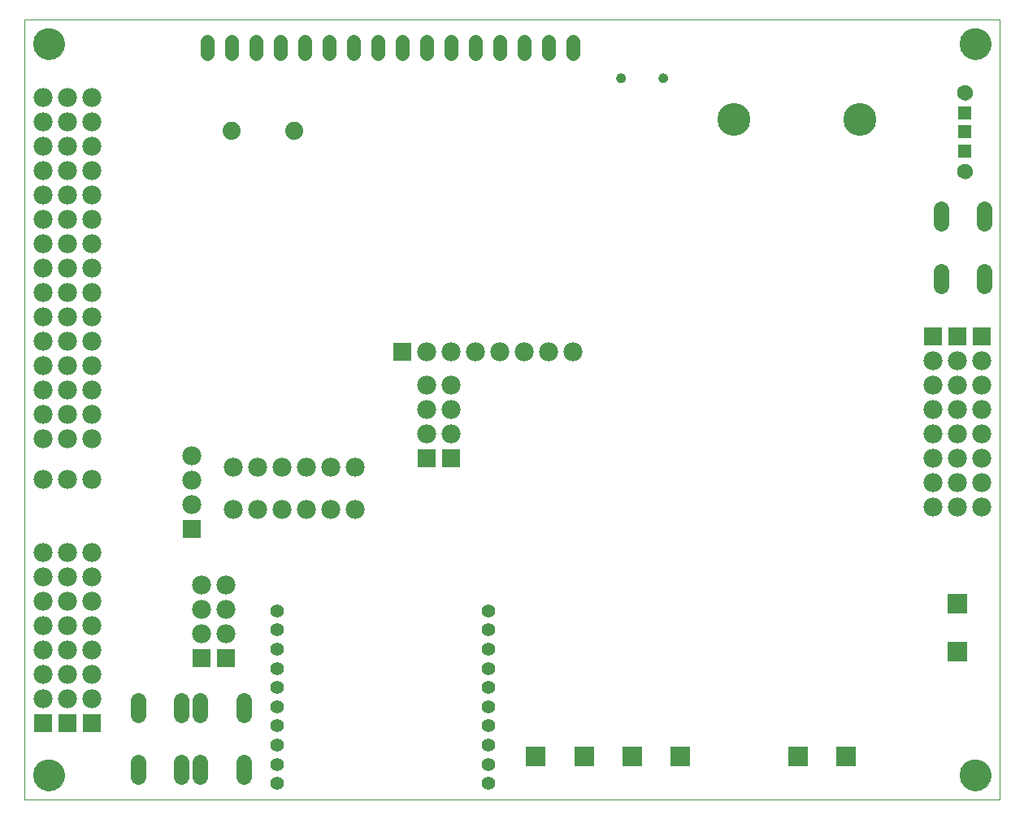
<source format=gbs>
G75*
G70*
%OFA0B0*%
%FSLAX24Y24*%
%IPPOS*%
%LPD*%
%AMOC8*
5,1,8,0,0,1.08239X$1,22.5*
%
%ADD10C,0.0000*%
%ADD11C,0.1290*%
%ADD12C,0.0555*%
%ADD13C,0.0780*%
%ADD14C,0.0640*%
%ADD15C,0.0555*%
%ADD16R,0.0780X0.0780*%
%ADD17C,0.0394*%
%ADD18C,0.1350*%
%ADD19C,0.0740*%
%ADD20R,0.0555X0.0555*%
%ADD21C,0.0631*%
%ADD22R,0.0808X0.0808*%
D10*
X000247Y001996D02*
X000247Y033996D01*
X040247Y033996D01*
X040247Y001996D01*
X000247Y001996D01*
X000622Y002996D02*
X000624Y003046D01*
X000630Y003095D01*
X000640Y003144D01*
X000653Y003191D01*
X000671Y003238D01*
X000692Y003283D01*
X000716Y003326D01*
X000744Y003367D01*
X000775Y003406D01*
X000809Y003442D01*
X000846Y003476D01*
X000886Y003506D01*
X000927Y003533D01*
X000971Y003557D01*
X001016Y003577D01*
X001063Y003593D01*
X001111Y003606D01*
X001160Y003615D01*
X001210Y003620D01*
X001259Y003621D01*
X001309Y003618D01*
X001358Y003611D01*
X001407Y003600D01*
X001454Y003586D01*
X001500Y003567D01*
X001545Y003545D01*
X001588Y003520D01*
X001628Y003491D01*
X001666Y003459D01*
X001702Y003425D01*
X001735Y003387D01*
X001764Y003347D01*
X001790Y003305D01*
X001813Y003261D01*
X001832Y003215D01*
X001848Y003168D01*
X001860Y003119D01*
X001868Y003070D01*
X001872Y003021D01*
X001872Y002971D01*
X001868Y002922D01*
X001860Y002873D01*
X001848Y002824D01*
X001832Y002777D01*
X001813Y002731D01*
X001790Y002687D01*
X001764Y002645D01*
X001735Y002605D01*
X001702Y002567D01*
X001666Y002533D01*
X001628Y002501D01*
X001588Y002472D01*
X001545Y002447D01*
X001500Y002425D01*
X001454Y002406D01*
X001407Y002392D01*
X001358Y002381D01*
X001309Y002374D01*
X001259Y002371D01*
X001210Y002372D01*
X001160Y002377D01*
X001111Y002386D01*
X001063Y002399D01*
X001016Y002415D01*
X000971Y002435D01*
X000927Y002459D01*
X000886Y002486D01*
X000846Y002516D01*
X000809Y002550D01*
X000775Y002586D01*
X000744Y002625D01*
X000716Y002666D01*
X000692Y002709D01*
X000671Y002754D01*
X000653Y002801D01*
X000640Y002848D01*
X000630Y002897D01*
X000624Y002946D01*
X000622Y002996D01*
X024524Y031596D02*
X024526Y031622D01*
X024532Y031648D01*
X024542Y031673D01*
X024555Y031696D01*
X024571Y031716D01*
X024591Y031734D01*
X024613Y031749D01*
X024636Y031761D01*
X024662Y031769D01*
X024688Y031773D01*
X024714Y031773D01*
X024740Y031769D01*
X024766Y031761D01*
X024790Y031749D01*
X024811Y031734D01*
X024831Y031716D01*
X024847Y031696D01*
X024860Y031673D01*
X024870Y031648D01*
X024876Y031622D01*
X024878Y031596D01*
X024876Y031570D01*
X024870Y031544D01*
X024860Y031519D01*
X024847Y031496D01*
X024831Y031476D01*
X024811Y031458D01*
X024789Y031443D01*
X024766Y031431D01*
X024740Y031423D01*
X024714Y031419D01*
X024688Y031419D01*
X024662Y031423D01*
X024636Y031431D01*
X024612Y031443D01*
X024591Y031458D01*
X024571Y031476D01*
X024555Y031496D01*
X024542Y031519D01*
X024532Y031544D01*
X024526Y031570D01*
X024524Y031596D01*
X026256Y031596D02*
X026258Y031622D01*
X026264Y031648D01*
X026274Y031673D01*
X026287Y031696D01*
X026303Y031716D01*
X026323Y031734D01*
X026345Y031749D01*
X026368Y031761D01*
X026394Y031769D01*
X026420Y031773D01*
X026446Y031773D01*
X026472Y031769D01*
X026498Y031761D01*
X026522Y031749D01*
X026543Y031734D01*
X026563Y031716D01*
X026579Y031696D01*
X026592Y031673D01*
X026602Y031648D01*
X026608Y031622D01*
X026610Y031596D01*
X026608Y031570D01*
X026602Y031544D01*
X026592Y031519D01*
X026579Y031496D01*
X026563Y031476D01*
X026543Y031458D01*
X026521Y031443D01*
X026498Y031431D01*
X026472Y031423D01*
X026446Y031419D01*
X026420Y031419D01*
X026394Y031423D01*
X026368Y031431D01*
X026344Y031443D01*
X026323Y031458D01*
X026303Y031476D01*
X026287Y031496D01*
X026274Y031519D01*
X026264Y031544D01*
X026258Y031570D01*
X026256Y031596D01*
X038528Y031000D02*
X038530Y031034D01*
X038536Y031068D01*
X038546Y031101D01*
X038559Y031132D01*
X038577Y031162D01*
X038597Y031190D01*
X038621Y031215D01*
X038647Y031237D01*
X038675Y031255D01*
X038706Y031271D01*
X038738Y031283D01*
X038772Y031291D01*
X038806Y031295D01*
X038840Y031295D01*
X038874Y031291D01*
X038908Y031283D01*
X038940Y031271D01*
X038970Y031255D01*
X038999Y031237D01*
X039025Y031215D01*
X039049Y031190D01*
X039069Y031162D01*
X039087Y031132D01*
X039100Y031101D01*
X039110Y031068D01*
X039116Y031034D01*
X039118Y031000D01*
X039116Y030966D01*
X039110Y030932D01*
X039100Y030899D01*
X039087Y030868D01*
X039069Y030838D01*
X039049Y030810D01*
X039025Y030785D01*
X038999Y030763D01*
X038971Y030745D01*
X038940Y030729D01*
X038908Y030717D01*
X038874Y030709D01*
X038840Y030705D01*
X038806Y030705D01*
X038772Y030709D01*
X038738Y030717D01*
X038706Y030729D01*
X038675Y030745D01*
X038647Y030763D01*
X038621Y030785D01*
X038597Y030810D01*
X038577Y030838D01*
X038559Y030868D01*
X038546Y030899D01*
X038536Y030932D01*
X038530Y030966D01*
X038528Y031000D01*
X038622Y032996D02*
X038624Y033046D01*
X038630Y033095D01*
X038640Y033144D01*
X038653Y033191D01*
X038671Y033238D01*
X038692Y033283D01*
X038716Y033326D01*
X038744Y033367D01*
X038775Y033406D01*
X038809Y033442D01*
X038846Y033476D01*
X038886Y033506D01*
X038927Y033533D01*
X038971Y033557D01*
X039016Y033577D01*
X039063Y033593D01*
X039111Y033606D01*
X039160Y033615D01*
X039210Y033620D01*
X039259Y033621D01*
X039309Y033618D01*
X039358Y033611D01*
X039407Y033600D01*
X039454Y033586D01*
X039500Y033567D01*
X039545Y033545D01*
X039588Y033520D01*
X039628Y033491D01*
X039666Y033459D01*
X039702Y033425D01*
X039735Y033387D01*
X039764Y033347D01*
X039790Y033305D01*
X039813Y033261D01*
X039832Y033215D01*
X039848Y033168D01*
X039860Y033119D01*
X039868Y033070D01*
X039872Y033021D01*
X039872Y032971D01*
X039868Y032922D01*
X039860Y032873D01*
X039848Y032824D01*
X039832Y032777D01*
X039813Y032731D01*
X039790Y032687D01*
X039764Y032645D01*
X039735Y032605D01*
X039702Y032567D01*
X039666Y032533D01*
X039628Y032501D01*
X039588Y032472D01*
X039545Y032447D01*
X039500Y032425D01*
X039454Y032406D01*
X039407Y032392D01*
X039358Y032381D01*
X039309Y032374D01*
X039259Y032371D01*
X039210Y032372D01*
X039160Y032377D01*
X039111Y032386D01*
X039063Y032399D01*
X039016Y032415D01*
X038971Y032435D01*
X038927Y032459D01*
X038886Y032486D01*
X038846Y032516D01*
X038809Y032550D01*
X038775Y032586D01*
X038744Y032625D01*
X038716Y032666D01*
X038692Y032709D01*
X038671Y032754D01*
X038653Y032801D01*
X038640Y032848D01*
X038630Y032897D01*
X038624Y032946D01*
X038622Y032996D01*
X038528Y027771D02*
X038530Y027805D01*
X038536Y027839D01*
X038546Y027872D01*
X038559Y027903D01*
X038577Y027933D01*
X038597Y027961D01*
X038621Y027986D01*
X038647Y028008D01*
X038675Y028026D01*
X038706Y028042D01*
X038738Y028054D01*
X038772Y028062D01*
X038806Y028066D01*
X038840Y028066D01*
X038874Y028062D01*
X038908Y028054D01*
X038940Y028042D01*
X038970Y028026D01*
X038999Y028008D01*
X039025Y027986D01*
X039049Y027961D01*
X039069Y027933D01*
X039087Y027903D01*
X039100Y027872D01*
X039110Y027839D01*
X039116Y027805D01*
X039118Y027771D01*
X039116Y027737D01*
X039110Y027703D01*
X039100Y027670D01*
X039087Y027639D01*
X039069Y027609D01*
X039049Y027581D01*
X039025Y027556D01*
X038999Y027534D01*
X038971Y027516D01*
X038940Y027500D01*
X038908Y027488D01*
X038874Y027480D01*
X038840Y027476D01*
X038806Y027476D01*
X038772Y027480D01*
X038738Y027488D01*
X038706Y027500D01*
X038675Y027516D01*
X038647Y027534D01*
X038621Y027556D01*
X038597Y027581D01*
X038577Y027609D01*
X038559Y027639D01*
X038546Y027670D01*
X038536Y027703D01*
X038530Y027737D01*
X038528Y027771D01*
X038622Y002996D02*
X038624Y003046D01*
X038630Y003095D01*
X038640Y003144D01*
X038653Y003191D01*
X038671Y003238D01*
X038692Y003283D01*
X038716Y003326D01*
X038744Y003367D01*
X038775Y003406D01*
X038809Y003442D01*
X038846Y003476D01*
X038886Y003506D01*
X038927Y003533D01*
X038971Y003557D01*
X039016Y003577D01*
X039063Y003593D01*
X039111Y003606D01*
X039160Y003615D01*
X039210Y003620D01*
X039259Y003621D01*
X039309Y003618D01*
X039358Y003611D01*
X039407Y003600D01*
X039454Y003586D01*
X039500Y003567D01*
X039545Y003545D01*
X039588Y003520D01*
X039628Y003491D01*
X039666Y003459D01*
X039702Y003425D01*
X039735Y003387D01*
X039764Y003347D01*
X039790Y003305D01*
X039813Y003261D01*
X039832Y003215D01*
X039848Y003168D01*
X039860Y003119D01*
X039868Y003070D01*
X039872Y003021D01*
X039872Y002971D01*
X039868Y002922D01*
X039860Y002873D01*
X039848Y002824D01*
X039832Y002777D01*
X039813Y002731D01*
X039790Y002687D01*
X039764Y002645D01*
X039735Y002605D01*
X039702Y002567D01*
X039666Y002533D01*
X039628Y002501D01*
X039588Y002472D01*
X039545Y002447D01*
X039500Y002425D01*
X039454Y002406D01*
X039407Y002392D01*
X039358Y002381D01*
X039309Y002374D01*
X039259Y002371D01*
X039210Y002372D01*
X039160Y002377D01*
X039111Y002386D01*
X039063Y002399D01*
X039016Y002415D01*
X038971Y002435D01*
X038927Y002459D01*
X038886Y002486D01*
X038846Y002516D01*
X038809Y002550D01*
X038775Y002586D01*
X038744Y002625D01*
X038716Y002666D01*
X038692Y002709D01*
X038671Y002754D01*
X038653Y002801D01*
X038640Y002848D01*
X038630Y002897D01*
X038624Y002946D01*
X038622Y002996D01*
X000622Y032996D02*
X000624Y033046D01*
X000630Y033095D01*
X000640Y033144D01*
X000653Y033191D01*
X000671Y033238D01*
X000692Y033283D01*
X000716Y033326D01*
X000744Y033367D01*
X000775Y033406D01*
X000809Y033442D01*
X000846Y033476D01*
X000886Y033506D01*
X000927Y033533D01*
X000971Y033557D01*
X001016Y033577D01*
X001063Y033593D01*
X001111Y033606D01*
X001160Y033615D01*
X001210Y033620D01*
X001259Y033621D01*
X001309Y033618D01*
X001358Y033611D01*
X001407Y033600D01*
X001454Y033586D01*
X001500Y033567D01*
X001545Y033545D01*
X001588Y033520D01*
X001628Y033491D01*
X001666Y033459D01*
X001702Y033425D01*
X001735Y033387D01*
X001764Y033347D01*
X001790Y033305D01*
X001813Y033261D01*
X001832Y033215D01*
X001848Y033168D01*
X001860Y033119D01*
X001868Y033070D01*
X001872Y033021D01*
X001872Y032971D01*
X001868Y032922D01*
X001860Y032873D01*
X001848Y032824D01*
X001832Y032777D01*
X001813Y032731D01*
X001790Y032687D01*
X001764Y032645D01*
X001735Y032605D01*
X001702Y032567D01*
X001666Y032533D01*
X001628Y032501D01*
X001588Y032472D01*
X001545Y032447D01*
X001500Y032425D01*
X001454Y032406D01*
X001407Y032392D01*
X001358Y032381D01*
X001309Y032374D01*
X001259Y032371D01*
X001210Y032372D01*
X001160Y032377D01*
X001111Y032386D01*
X001063Y032399D01*
X001016Y032415D01*
X000971Y032435D01*
X000927Y032459D01*
X000886Y032486D01*
X000846Y032516D01*
X000809Y032550D01*
X000775Y032586D01*
X000744Y032625D01*
X000716Y032666D01*
X000692Y032709D01*
X000671Y032754D01*
X000653Y032801D01*
X000640Y032848D01*
X000630Y032897D01*
X000624Y032946D01*
X000622Y032996D01*
D11*
X001247Y032996D03*
X001247Y002996D03*
X039247Y002996D03*
X039247Y032996D03*
D12*
X019278Y009739D03*
X019278Y008952D03*
X019278Y008164D03*
X019278Y007377D03*
X019278Y006589D03*
X019278Y005802D03*
X019278Y005015D03*
X019278Y004227D03*
X019278Y003440D03*
X019278Y002652D03*
X010616Y002652D03*
X010616Y003440D03*
X010616Y004227D03*
X010616Y005015D03*
X010616Y005802D03*
X010616Y006589D03*
X010616Y007377D03*
X010616Y008164D03*
X010616Y008952D03*
X010616Y009739D03*
D13*
X008517Y009796D03*
X008517Y010796D03*
X007517Y010796D03*
X007517Y009796D03*
X007517Y008796D03*
X008517Y008796D03*
X002997Y009136D03*
X002997Y010136D03*
X002997Y011136D03*
X002997Y012136D03*
X001997Y012136D03*
X000997Y012136D03*
X000997Y011136D03*
X001997Y011136D03*
X001997Y010136D03*
X000997Y010136D03*
X000997Y009136D03*
X001997Y009136D03*
X001997Y008136D03*
X000997Y008136D03*
X000997Y007136D03*
X001997Y007136D03*
X002997Y007136D03*
X002997Y008136D03*
X002997Y006136D03*
X001997Y006136D03*
X000997Y006136D03*
X008797Y013896D03*
X009797Y013896D03*
X010797Y013896D03*
X011797Y013896D03*
X012797Y013896D03*
X013797Y013896D03*
X013797Y015616D03*
X012797Y015616D03*
X011797Y015616D03*
X010797Y015616D03*
X009797Y015616D03*
X008797Y015616D03*
X007097Y016106D03*
X007097Y015106D03*
X007097Y014106D03*
X002997Y015137D03*
X001997Y015137D03*
X000997Y015137D03*
X000997Y016796D03*
X001997Y016796D03*
X001997Y017796D03*
X001997Y018796D03*
X000997Y018796D03*
X000997Y017796D03*
X000997Y019796D03*
X001997Y019796D03*
X001997Y020796D03*
X000997Y020796D03*
X000997Y021796D03*
X001997Y021796D03*
X001997Y022796D03*
X000997Y022796D03*
X000997Y023796D03*
X001997Y023796D03*
X001997Y024796D03*
X000997Y024796D03*
X000997Y025796D03*
X001997Y025796D03*
X001997Y026796D03*
X000997Y026796D03*
X000997Y027796D03*
X001997Y027796D03*
X001997Y028796D03*
X000997Y028796D03*
X000997Y029796D03*
X001997Y029796D03*
X001997Y030796D03*
X000997Y030796D03*
X002997Y030796D03*
X002997Y029796D03*
X002997Y028796D03*
X002997Y027796D03*
X002997Y026796D03*
X002997Y025796D03*
X002997Y024796D03*
X002997Y023796D03*
X002997Y022796D03*
X002997Y021796D03*
X002997Y020796D03*
X002997Y019796D03*
X002997Y018796D03*
X002997Y017796D03*
X002997Y016796D03*
X016747Y016996D03*
X017747Y016996D03*
X017747Y017996D03*
X016747Y017996D03*
X016747Y018996D03*
X017747Y018996D03*
X017747Y020346D03*
X016747Y020346D03*
X018747Y020346D03*
X019747Y020346D03*
X020747Y020346D03*
X021747Y020346D03*
X022747Y020346D03*
X037497Y019996D03*
X038497Y019996D03*
X039497Y019996D03*
X039497Y018996D03*
X038497Y018996D03*
X037497Y018996D03*
X037497Y017996D03*
X038497Y017996D03*
X039497Y017996D03*
X039497Y016996D03*
X038497Y016996D03*
X037497Y016996D03*
X037497Y015996D03*
X038497Y015996D03*
X039497Y015996D03*
X039497Y014996D03*
X038497Y014996D03*
X037497Y014996D03*
X037497Y013996D03*
X038497Y013996D03*
X039497Y013996D03*
D14*
X039627Y023066D02*
X039627Y023666D01*
X037847Y023666D02*
X037847Y023066D01*
X037847Y025626D02*
X037847Y026226D01*
X039627Y026226D02*
X039627Y025626D01*
X009237Y006076D02*
X009237Y005476D01*
X007457Y005476D02*
X007457Y006076D01*
X006687Y006076D02*
X006687Y005476D01*
X004907Y005476D02*
X004907Y006076D01*
X004907Y003516D02*
X004907Y002916D01*
X006687Y002916D02*
X006687Y003516D01*
X007457Y003516D02*
X007457Y002916D01*
X009237Y002916D02*
X009237Y003516D01*
D15*
X008747Y032588D02*
X008747Y033103D01*
X007747Y033103D02*
X007747Y032588D01*
X009747Y032588D02*
X009747Y033103D01*
X010747Y033103D02*
X010747Y032588D01*
X011747Y032588D02*
X011747Y033103D01*
X012747Y033103D02*
X012747Y032588D01*
X013747Y032588D02*
X013747Y033103D01*
X014747Y033103D02*
X014747Y032588D01*
X015747Y032588D02*
X015747Y033103D01*
X016747Y033103D02*
X016747Y032588D01*
X017747Y032588D02*
X017747Y033103D01*
X018747Y033103D02*
X018747Y032588D01*
X019747Y032588D02*
X019747Y033103D01*
X020747Y033103D02*
X020747Y032588D01*
X021747Y032588D02*
X021747Y033103D01*
X022747Y033103D02*
X022747Y032588D01*
D16*
X015747Y020346D03*
X016747Y015996D03*
X017747Y015996D03*
X008517Y007796D03*
X007517Y007796D03*
X002997Y005136D03*
X001997Y005136D03*
X000997Y005136D03*
X007097Y013106D03*
X037497Y020996D03*
X038497Y020996D03*
X039497Y020996D03*
D17*
X026433Y031596D03*
X024701Y031596D03*
D18*
X029342Y029896D03*
X034512Y029896D03*
D19*
X011307Y029436D03*
X008747Y029436D03*
D20*
X038807Y029386D03*
X038807Y028598D03*
X038807Y030173D03*
D21*
X038823Y031000D03*
X038823Y027771D03*
D22*
X038507Y010026D03*
X038507Y008057D03*
X033947Y003776D03*
X031978Y003776D03*
X027137Y003776D03*
X025168Y003776D03*
X023197Y003776D03*
X021228Y003776D03*
M02*

</source>
